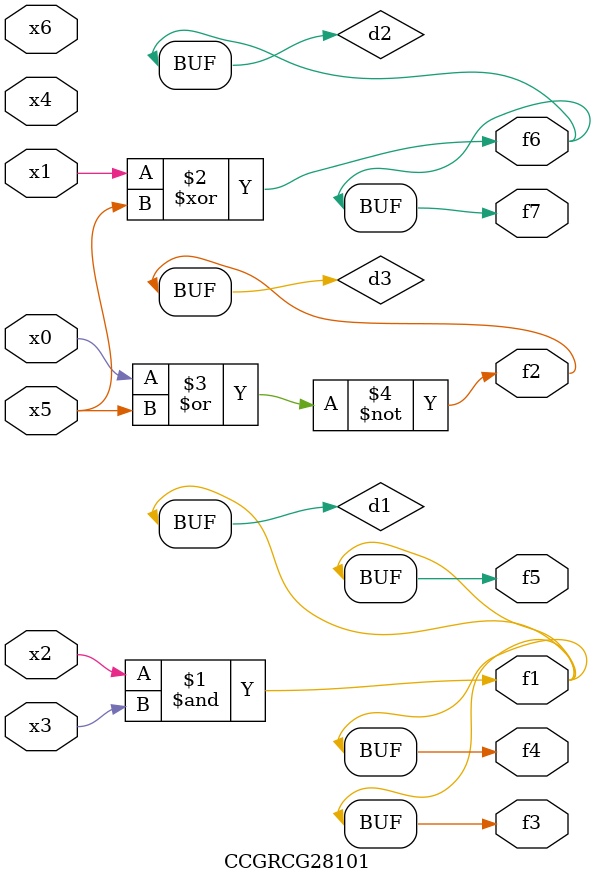
<source format=v>
module CCGRCG28101(
	input x0, x1, x2, x3, x4, x5, x6,
	output f1, f2, f3, f4, f5, f6, f7
);

	wire d1, d2, d3;

	and (d1, x2, x3);
	xor (d2, x1, x5);
	nor (d3, x0, x5);
	assign f1 = d1;
	assign f2 = d3;
	assign f3 = d1;
	assign f4 = d1;
	assign f5 = d1;
	assign f6 = d2;
	assign f7 = d2;
endmodule

</source>
